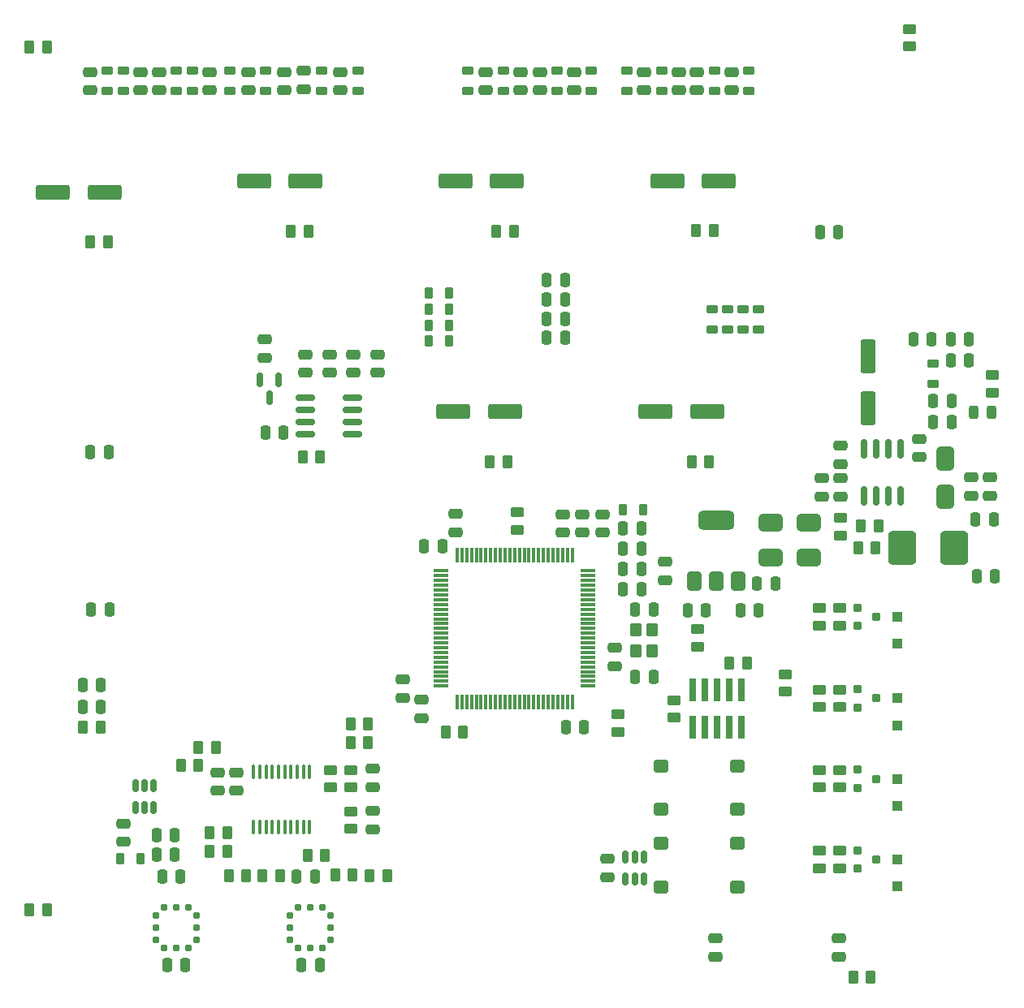
<source format=gbr>
%TF.GenerationSoftware,KiCad,Pcbnew,(6.0.7)*%
%TF.CreationDate,2022-10-06T16:10:22+02:00*%
%TF.ProjectId,mobo,6d6f626f-2e6b-4696-9361-645f70636258,4A*%
%TF.SameCoordinates,Original*%
%TF.FileFunction,Paste,Top*%
%TF.FilePolarity,Positive*%
%FSLAX46Y46*%
G04 Gerber Fmt 4.6, Leading zero omitted, Abs format (unit mm)*
G04 Created by KiCad (PCBNEW (6.0.7)) date 2022-10-06 16:10:22*
%MOMM*%
%LPD*%
G01*
G04 APERTURE LIST*
G04 Aperture macros list*
%AMRoundRect*
0 Rectangle with rounded corners*
0 $1 Rounding radius*
0 $2 $3 $4 $5 $6 $7 $8 $9 X,Y pos of 4 corners*
0 Add a 4 corners polygon primitive as box body*
4,1,4,$2,$3,$4,$5,$6,$7,$8,$9,$2,$3,0*
0 Add four circle primitives for the rounded corners*
1,1,$1+$1,$2,$3*
1,1,$1+$1,$4,$5*
1,1,$1+$1,$6,$7*
1,1,$1+$1,$8,$9*
0 Add four rect primitives between the rounded corners*
20,1,$1+$1,$2,$3,$4,$5,0*
20,1,$1+$1,$4,$5,$6,$7,0*
20,1,$1+$1,$6,$7,$8,$9,0*
20,1,$1+$1,$8,$9,$2,$3,0*%
G04 Aperture macros list end*
%ADD10RoundRect,0.220000X0.330000X-0.330000X0.330000X0.330000X-0.330000X0.330000X-0.330000X-0.330000X0*%
%ADD11RoundRect,0.160000X-0.290000X-0.240000X0.290000X-0.240000X0.290000X0.240000X-0.290000X0.240000X0*%
%ADD12RoundRect,0.249999X0.450001X-0.262501X0.450001X0.262501X-0.450001X0.262501X-0.450001X-0.262501X0*%
%ADD13RoundRect,0.250000X-1.500000X-0.550000X1.500000X-0.550000X1.500000X0.550000X-1.500000X0.550000X0*%
%ADD14RoundRect,0.249999X-0.262501X-0.450001X0.262501X-0.450001X0.262501X0.450001X-0.262501X0.450001X0*%
%ADD15RoundRect,0.243750X0.243750X0.456250X-0.243750X0.456250X-0.243750X-0.456250X0.243750X-0.456250X0*%
%ADD16RoundRect,0.250000X0.550000X-1.500000X0.550000X1.500000X-0.550000X1.500000X-0.550000X-1.500000X0*%
%ADD17RoundRect,0.442500X-1.032500X-1.307500X1.032500X-1.307500X1.032500X1.307500X-1.032500X1.307500X0*%
%ADD18RoundRect,0.150000X0.825000X0.150000X-0.825000X0.150000X-0.825000X-0.150000X0.825000X-0.150000X0*%
%ADD19RoundRect,0.360000X0.540000X-0.890000X0.540000X0.890000X-0.540000X0.890000X-0.540000X-0.890000X0*%
%ADD20RoundRect,0.250000X0.250000X0.475000X-0.250000X0.475000X-0.250000X-0.475000X0.250000X-0.475000X0*%
%ADD21RoundRect,0.250000X-0.475000X0.250000X-0.475000X-0.250000X0.475000X-0.250000X0.475000X0.250000X0*%
%ADD22RoundRect,0.249999X-0.450001X0.262501X-0.450001X-0.262501X0.450001X-0.262501X0.450001X0.262501X0*%
%ADD23RoundRect,0.250000X0.475000X-0.250000X0.475000X0.250000X-0.475000X0.250000X-0.475000X-0.250000X0*%
%ADD24RoundRect,0.250000X-0.250000X-0.475000X0.250000X-0.475000X0.250000X0.475000X-0.250000X0.475000X0*%
%ADD25RoundRect,0.240000X0.360000X-0.460000X0.360000X0.460000X-0.360000X0.460000X-0.360000X-0.460000X0*%
%ADD26RoundRect,0.075000X0.725000X0.075000X-0.725000X0.075000X-0.725000X-0.075000X0.725000X-0.075000X0*%
%ADD27RoundRect,0.075000X0.075000X0.725000X-0.075000X0.725000X-0.075000X-0.725000X0.075000X-0.725000X0*%
%ADD28RoundRect,0.249999X0.262501X0.450001X-0.262501X0.450001X-0.262501X-0.450001X0.262501X-0.450001X0*%
%ADD29RoundRect,0.300000X0.450000X-0.700000X0.450000X0.700000X-0.450000X0.700000X-0.450000X-0.700000X0*%
%ADD30RoundRect,0.500000X1.400000X-0.500000X1.400000X0.500000X-1.400000X0.500000X-1.400000X-0.500000X0*%
%ADD31RoundRect,0.260000X0.515000X0.390000X-0.515000X0.390000X-0.515000X-0.390000X0.515000X-0.390000X0*%
%ADD32RoundRect,0.185000X0.185000X-1.015000X0.185000X1.015000X-0.185000X1.015000X-0.185000X-1.015000X0*%
%ADD33RoundRect,0.260000X-0.515000X-0.390000X0.515000X-0.390000X0.515000X0.390000X-0.515000X0.390000X0*%
%ADD34RoundRect,0.150000X-0.150000X0.825000X-0.150000X-0.825000X0.150000X-0.825000X0.150000X0.825000X0*%
%ADD35RoundRect,0.250000X-0.450000X0.262500X-0.450000X-0.262500X0.450000X-0.262500X0.450000X0.262500X0*%
%ADD36RoundRect,0.218750X0.381250X-0.218750X0.381250X0.218750X-0.381250X0.218750X-0.381250X-0.218750X0*%
%ADD37RoundRect,0.218750X0.218750X0.381250X-0.218750X0.381250X-0.218750X-0.381250X0.218750X-0.381250X0*%
%ADD38RoundRect,0.250000X0.262500X0.450000X-0.262500X0.450000X-0.262500X-0.450000X0.262500X-0.450000X0*%
%ADD39RoundRect,0.360000X-0.890000X-0.540000X0.890000X-0.540000X0.890000X0.540000X-0.890000X0.540000X0*%
%ADD40RoundRect,0.100000X0.100000X-0.637500X0.100000X0.637500X-0.100000X0.637500X-0.100000X-0.637500X0*%
%ADD41RoundRect,0.250000X0.450000X-0.262500X0.450000X0.262500X-0.450000X0.262500X-0.450000X-0.262500X0*%
%ADD42RoundRect,0.218750X-0.381250X0.218750X-0.381250X-0.218750X0.381250X-0.218750X0.381250X0.218750X0*%
%ADD43RoundRect,0.250000X-0.262500X-0.450000X0.262500X-0.450000X0.262500X0.450000X-0.262500X0.450000X0*%
%ADD44RoundRect,0.218750X-0.218750X-0.381250X0.218750X-0.381250X0.218750X0.381250X-0.218750X0.381250X0*%
%ADD45RoundRect,0.150000X-0.150000X0.512500X-0.150000X-0.512500X0.150000X-0.512500X0.150000X0.512500X0*%
%ADD46RoundRect,0.130000X0.195000X-0.220000X0.195000X0.220000X-0.195000X0.220000X-0.195000X-0.220000X0*%
%ADD47RoundRect,0.130000X0.220000X-0.195000X0.220000X0.195000X-0.220000X0.195000X-0.220000X-0.195000X0*%
%ADD48RoundRect,0.150000X-0.150000X0.587500X-0.150000X-0.587500X0.150000X-0.587500X0.150000X0.587500X0*%
G04 APERTURE END LIST*
D10*
X152700000Y-133800000D03*
X152700000Y-131000000D03*
D11*
X148500000Y-130050000D03*
X148500000Y-131950000D03*
X150500000Y-131000000D03*
X148500000Y-121650000D03*
X148500000Y-123550000D03*
X150500000Y-122600000D03*
D12*
X146700000Y-131912500D03*
X146700000Y-130087500D03*
D10*
X152700000Y-117000000D03*
X152700000Y-114200000D03*
D11*
X148500000Y-113250000D03*
X148500000Y-115150000D03*
X150500000Y-114200000D03*
X148500000Y-104750000D03*
X148500000Y-106650000D03*
X150500000Y-105700000D03*
D12*
X146700000Y-106612500D03*
X146700000Y-104787500D03*
D13*
X85600000Y-60200000D03*
X91000000Y-60200000D03*
D14*
X89477500Y-65440000D03*
X91302500Y-65440000D03*
X68527500Y-66620000D03*
X70352500Y-66620000D03*
D13*
X106600000Y-60200000D03*
X112000000Y-60200000D03*
D14*
X110887500Y-65440000D03*
X112712500Y-65440000D03*
D13*
X127500000Y-84300000D03*
X132900000Y-84300000D03*
D14*
X131237500Y-89540000D03*
X133062500Y-89540000D03*
D15*
X162537500Y-84400000D03*
X160662500Y-84400000D03*
D12*
X162600000Y-82312500D03*
X162600000Y-80487500D03*
D16*
X149600000Y-83900000D03*
X149600000Y-78500000D03*
D14*
X131687500Y-65400000D03*
X133512500Y-65400000D03*
X110227500Y-89520000D03*
X112052500Y-89520000D03*
D17*
X153175000Y-98500000D03*
X158625000Y-98500000D03*
D18*
X95875000Y-86605000D03*
X95875000Y-85335000D03*
X95875000Y-84065000D03*
X95875000Y-82795000D03*
X90925000Y-82795000D03*
X90925000Y-84065000D03*
X90925000Y-85335000D03*
X90925000Y-86605000D03*
D12*
X146700000Y-115112500D03*
X146700000Y-113287500D03*
D19*
X157700000Y-93200000D03*
X157700000Y-89200000D03*
D20*
X120050000Y-117200000D03*
X118150000Y-117200000D03*
D21*
X101100000Y-112250000D03*
X101100000Y-114150000D03*
D22*
X95700000Y-121687500D03*
X95700000Y-123512500D03*
D23*
X121980000Y-96900000D03*
X121980000Y-95000000D03*
D20*
X127250000Y-112000000D03*
X125350000Y-112000000D03*
D24*
X125350000Y-104925000D03*
X127250000Y-104925000D03*
D12*
X95700000Y-127812500D03*
X95700000Y-125987500D03*
D25*
X127150000Y-109270000D03*
X127150000Y-107070000D03*
X125450000Y-107070000D03*
X125450000Y-109270000D03*
D12*
X113100000Y-96612500D03*
X113100000Y-94787500D03*
X146700000Y-123512500D03*
X146700000Y-121687500D03*
D10*
X152700000Y-125400000D03*
X152700000Y-122600000D03*
D20*
X88711200Y-86478000D03*
X86811200Y-86478000D03*
D26*
X120465000Y-112910000D03*
X120465000Y-112410000D03*
X120465000Y-111910000D03*
X120465000Y-111410000D03*
X120465000Y-110910000D03*
X120465000Y-110410000D03*
X120465000Y-109910000D03*
X120465000Y-109410000D03*
X120465000Y-108910000D03*
X120465000Y-108410000D03*
X120465000Y-107910000D03*
X120465000Y-107410000D03*
X120465000Y-106910000D03*
X120465000Y-106410000D03*
X120465000Y-105910000D03*
X120465000Y-105410000D03*
X120465000Y-104910000D03*
X120465000Y-104410000D03*
X120465000Y-103910000D03*
X120465000Y-103410000D03*
X120465000Y-102910000D03*
X120465000Y-102410000D03*
X120465000Y-101910000D03*
X120465000Y-101410000D03*
X120465000Y-100910000D03*
D27*
X118790000Y-99235000D03*
X118290000Y-99235000D03*
X117790000Y-99235000D03*
X117290000Y-99235000D03*
X116790000Y-99235000D03*
X116290000Y-99235000D03*
X115790000Y-99235000D03*
X115290000Y-99235000D03*
X114790000Y-99235000D03*
X114290000Y-99235000D03*
X113790000Y-99235000D03*
X113290000Y-99235000D03*
X112790000Y-99235000D03*
X112290000Y-99235000D03*
X111790000Y-99235000D03*
X111290000Y-99235000D03*
X110790000Y-99235000D03*
X110290000Y-99235000D03*
X109790000Y-99235000D03*
X109290000Y-99235000D03*
X108790000Y-99235000D03*
X108290000Y-99235000D03*
X107790000Y-99235000D03*
X107290000Y-99235000D03*
X106790000Y-99235000D03*
D26*
X105115000Y-100910000D03*
X105115000Y-101410000D03*
X105115000Y-101910000D03*
X105115000Y-102410000D03*
X105115000Y-102910000D03*
X105115000Y-103410000D03*
X105115000Y-103910000D03*
X105115000Y-104410000D03*
X105115000Y-104910000D03*
X105115000Y-105410000D03*
X105115000Y-105910000D03*
X105115000Y-106410000D03*
X105115000Y-106910000D03*
X105115000Y-107410000D03*
X105115000Y-107910000D03*
X105115000Y-108410000D03*
X105115000Y-108910000D03*
X105115000Y-109410000D03*
X105115000Y-109910000D03*
X105115000Y-110410000D03*
X105115000Y-110910000D03*
X105115000Y-111410000D03*
X105115000Y-111910000D03*
X105115000Y-112410000D03*
X105115000Y-112910000D03*
D27*
X106790000Y-114585000D03*
X107290000Y-114585000D03*
X107790000Y-114585000D03*
X108290000Y-114585000D03*
X108790000Y-114585000D03*
X109290000Y-114585000D03*
X109790000Y-114585000D03*
X110290000Y-114585000D03*
X110790000Y-114585000D03*
X111290000Y-114585000D03*
X111790000Y-114585000D03*
X112290000Y-114585000D03*
X112790000Y-114585000D03*
X113290000Y-114585000D03*
X113790000Y-114585000D03*
X114290000Y-114585000D03*
X114790000Y-114585000D03*
X115290000Y-114585000D03*
X115790000Y-114585000D03*
X116290000Y-114585000D03*
X116790000Y-114585000D03*
X117290000Y-114585000D03*
X117790000Y-114585000D03*
X118290000Y-114585000D03*
X118790000Y-114585000D03*
D28*
X92512500Y-89000000D03*
X90687500Y-89000000D03*
D29*
X131500000Y-101950000D03*
D30*
X133800000Y-95650000D03*
D29*
X133800000Y-101950000D03*
X136100000Y-101950000D03*
D23*
X119880000Y-96900000D03*
X119880000Y-95000000D03*
X106600000Y-96850000D03*
X106600000Y-94950000D03*
X117800000Y-96900000D03*
X117800000Y-95000000D03*
D21*
X123200000Y-108950000D03*
X123200000Y-110850000D03*
D24*
X124110000Y-98611666D03*
X126010000Y-98611666D03*
D20*
X105240000Y-98370000D03*
X103340000Y-98370000D03*
D24*
X124110000Y-96500000D03*
X126010000Y-96500000D03*
D23*
X103100000Y-116250000D03*
X103100000Y-114350000D03*
X146800000Y-89750000D03*
X146800000Y-87850000D03*
D22*
X123600000Y-115887500D03*
X123600000Y-117712500D03*
D31*
X128025000Y-125750000D03*
X135975000Y-125750000D03*
X135975000Y-121250000D03*
X128025000Y-121250000D03*
D20*
X158350000Y-85400000D03*
X156450000Y-85400000D03*
D23*
X155000000Y-89050000D03*
X155000000Y-87150000D03*
D32*
X131360000Y-117250000D03*
X131360000Y-113350000D03*
X132630000Y-117250000D03*
X132630000Y-113350000D03*
X133900000Y-117250000D03*
X133900000Y-113350000D03*
X135170000Y-117250000D03*
X135170000Y-113350000D03*
X136440000Y-117250000D03*
X136440000Y-113350000D03*
D24*
X124100000Y-102850000D03*
X126000000Y-102850000D03*
D33*
X128025000Y-129350000D03*
X135975000Y-129350000D03*
X135975000Y-133850000D03*
X128025000Y-133850000D03*
D34*
X153017000Y-88137000D03*
X151747000Y-88137000D03*
X150477000Y-88137000D03*
X149207000Y-88137000D03*
X149207000Y-93087000D03*
X150477000Y-93087000D03*
X151747000Y-93087000D03*
X153017000Y-93087000D03*
D23*
X144800000Y-93150000D03*
X144800000Y-91250000D03*
D20*
X132750000Y-105000000D03*
X130850000Y-105000000D03*
D10*
X152700000Y-108500000D03*
X152700000Y-105700000D03*
D24*
X124110000Y-100720000D03*
X126010000Y-100720000D03*
D12*
X131900000Y-108812500D03*
X131900000Y-106987500D03*
D28*
X150412500Y-98500000D03*
X148587500Y-98500000D03*
D23*
X146800000Y-93150000D03*
X146800000Y-91250000D03*
D35*
X146800000Y-95387500D03*
X146800000Y-97212500D03*
D14*
X148887500Y-96200000D03*
X150712500Y-96200000D03*
D20*
X162850000Y-101500000D03*
X160950000Y-101500000D03*
D21*
X162300000Y-91150000D03*
X162300000Y-93050000D03*
D20*
X162750000Y-95500000D03*
X160850000Y-95500000D03*
D13*
X64660000Y-61400000D03*
X70060000Y-61400000D03*
X106400000Y-84300000D03*
X111800000Y-84300000D03*
X128700000Y-60200000D03*
X134100000Y-60200000D03*
D36*
X83060000Y-50856500D03*
X83060000Y-48731500D03*
D37*
X105962500Y-73600000D03*
X103837500Y-73600000D03*
D36*
X77500000Y-50862500D03*
X77500000Y-48737500D03*
D20*
X118050000Y-70600000D03*
X116150000Y-70600000D03*
D24*
X138050000Y-102200000D03*
X139950000Y-102200000D03*
X75450000Y-128500000D03*
X77350000Y-128500000D03*
D21*
X98500000Y-78350000D03*
X98500000Y-80250000D03*
D37*
X105962500Y-76900000D03*
X103837500Y-76900000D03*
D38*
X88312500Y-132700000D03*
X86487500Y-132700000D03*
D36*
X111600000Y-50862500D03*
X111600000Y-48737500D03*
X120800000Y-50862500D03*
X120800000Y-48737500D03*
D21*
X93500000Y-78350000D03*
X93500000Y-80250000D03*
D39*
X139500000Y-95900000D03*
X143500000Y-95900000D03*
D24*
X76050000Y-132800000D03*
X77950000Y-132800000D03*
D35*
X144600000Y-121687500D03*
X144600000Y-123512500D03*
D21*
X83800000Y-121950000D03*
X83800000Y-123850000D03*
D40*
X85575000Y-127612500D03*
X86225000Y-127612500D03*
X86875000Y-127612500D03*
X87525000Y-127612500D03*
X88175000Y-127612500D03*
X88825000Y-127612500D03*
X89475000Y-127612500D03*
X90125000Y-127612500D03*
X90775000Y-127612500D03*
X91425000Y-127612500D03*
X91425000Y-121887500D03*
X90775000Y-121887500D03*
X90125000Y-121887500D03*
X89475000Y-121887500D03*
X88825000Y-121887500D03*
X88175000Y-121887500D03*
X87525000Y-121887500D03*
X86875000Y-121887500D03*
X86225000Y-121887500D03*
X85575000Y-121887500D03*
D23*
X122500000Y-132850000D03*
X122500000Y-130950000D03*
X133700000Y-141150000D03*
X133700000Y-139250000D03*
D24*
X156450000Y-83200000D03*
X158350000Y-83200000D03*
D21*
X115400000Y-48850000D03*
X115400000Y-50750000D03*
D24*
X158250000Y-78900000D03*
X160150000Y-78900000D03*
D36*
X117200000Y-50862500D03*
X117200000Y-48737500D03*
D41*
X129400000Y-116212500D03*
X129400000Y-114387500D03*
D35*
X154000000Y-44387500D03*
X154000000Y-46212500D03*
D38*
X93012500Y-130600000D03*
X91187500Y-130600000D03*
D42*
X156400000Y-79237500D03*
X156400000Y-81362500D03*
D21*
X113400000Y-48850000D03*
X113400000Y-50750000D03*
D20*
X160150000Y-76700000D03*
X158250000Y-76700000D03*
D21*
X126300000Y-48850000D03*
X126300000Y-50750000D03*
D43*
X80987500Y-130200000D03*
X82812500Y-130200000D03*
D23*
X81800000Y-123850000D03*
X81800000Y-121950000D03*
D38*
X99512500Y-132700000D03*
X97687500Y-132700000D03*
X97512500Y-118800000D03*
X95687500Y-118800000D03*
D44*
X71637500Y-130900000D03*
X73762500Y-130900000D03*
D37*
X126162500Y-94500000D03*
X124037500Y-94500000D03*
D21*
X129900000Y-48850000D03*
X129900000Y-50750000D03*
D43*
X80987500Y-128250000D03*
X82812500Y-128250000D03*
D21*
X94600000Y-48844000D03*
X94600000Y-50744000D03*
D43*
X62187500Y-136300000D03*
X64012500Y-136300000D03*
D24*
X75450000Y-130500000D03*
X77350000Y-130500000D03*
D35*
X144600000Y-130087500D03*
X144600000Y-131912500D03*
D24*
X90550000Y-142000000D03*
X92450000Y-142000000D03*
D45*
X126250000Y-130762500D03*
X125300000Y-130762500D03*
X124350000Y-130762500D03*
X124350000Y-133037500D03*
X125300000Y-133037500D03*
X126250000Y-133037500D03*
D21*
X98000000Y-125950000D03*
X98000000Y-127850000D03*
D43*
X79787500Y-119300000D03*
X81612500Y-119300000D03*
D21*
X85000000Y-48850000D03*
X85000000Y-50750000D03*
D36*
X107920000Y-50862500D03*
X107920000Y-48737500D03*
X92660000Y-50856500D03*
X92660000Y-48731500D03*
D38*
X107412500Y-117700000D03*
X105587500Y-117700000D03*
D21*
X109800000Y-48850000D03*
X109800000Y-50750000D03*
D41*
X141000000Y-113512500D03*
X141000000Y-111687500D03*
D36*
X136600000Y-75762500D03*
X136600000Y-73637500D03*
D21*
X73800000Y-48850000D03*
X73800000Y-50750000D03*
X72000000Y-127250000D03*
X72000000Y-129150000D03*
D36*
X124500000Y-50862500D03*
X124500000Y-48737500D03*
D38*
X84812500Y-132700000D03*
X82987500Y-132700000D03*
D21*
X75700000Y-48850000D03*
X75700000Y-50750000D03*
D24*
X67750000Y-115100000D03*
X69650000Y-115100000D03*
D21*
X90800000Y-48750000D03*
X90800000Y-50650000D03*
D46*
X93600000Y-136830000D03*
X93600000Y-138100000D03*
X93600000Y-139370000D03*
D47*
X92770000Y-140200000D03*
X91500000Y-140200000D03*
X90230000Y-140200000D03*
D46*
X89400000Y-139370000D03*
X89400000Y-138100000D03*
X89400000Y-136830000D03*
D47*
X90230000Y-136000000D03*
X91500000Y-136000000D03*
X92770000Y-136000000D03*
D48*
X88150000Y-80962500D03*
X86250000Y-80962500D03*
X87200000Y-82837500D03*
D24*
X144650000Y-65600000D03*
X146550000Y-65600000D03*
D43*
X77987500Y-121200000D03*
X79812500Y-121200000D03*
D36*
X133600000Y-50862500D03*
X133600000Y-48737500D03*
D20*
X118050000Y-76600000D03*
X116150000Y-76600000D03*
D21*
X91000000Y-78350000D03*
X91000000Y-80250000D03*
D45*
X75150000Y-123312500D03*
X74200000Y-123312500D03*
X73250000Y-123312500D03*
X73250000Y-125587500D03*
X74200000Y-125587500D03*
X75150000Y-125587500D03*
D21*
X81000000Y-48850000D03*
X81000000Y-50750000D03*
D36*
X135000000Y-75762500D03*
X135000000Y-73637500D03*
D24*
X67750000Y-112800000D03*
X69650000Y-112800000D03*
D21*
X119000000Y-48850000D03*
X119000000Y-50750000D03*
X135400000Y-48850000D03*
X135400000Y-50750000D03*
D36*
X128100000Y-50862500D03*
X128100000Y-48737500D03*
D43*
X62187500Y-46300000D03*
X64012500Y-46300000D03*
D21*
X68500000Y-48850000D03*
X68500000Y-50750000D03*
D37*
X105962500Y-75300000D03*
X103837500Y-75300000D03*
D24*
X68650000Y-104900000D03*
X70550000Y-104900000D03*
D35*
X144600000Y-104787500D03*
X144600000Y-106612500D03*
D36*
X79200000Y-50862500D03*
X79200000Y-48737500D03*
D24*
X90050000Y-132800000D03*
X91950000Y-132800000D03*
D20*
X118025000Y-72600000D03*
X116125000Y-72600000D03*
D36*
X137200000Y-50862500D03*
X137200000Y-48737500D03*
D21*
X88800000Y-48850000D03*
X88800000Y-50750000D03*
X160400000Y-91150000D03*
X160400000Y-93050000D03*
D36*
X86860000Y-50856500D03*
X86860000Y-48731500D03*
X96460000Y-50856500D03*
X96460000Y-48731500D03*
D24*
X68550000Y-88500000D03*
X70450000Y-88500000D03*
D21*
X131800000Y-48850000D03*
X131800000Y-50750000D03*
X96000000Y-78350000D03*
X96000000Y-80250000D03*
D41*
X93607000Y-123511000D03*
X93607000Y-121686000D03*
D36*
X138200000Y-75762500D03*
X138200000Y-73637500D03*
D23*
X98000000Y-123450000D03*
X98000000Y-121550000D03*
D36*
X72000000Y-50862500D03*
X72000000Y-48737500D03*
D46*
X79600000Y-136830000D03*
X79600000Y-138100000D03*
X79600000Y-139370000D03*
D47*
X78770000Y-140200000D03*
X77500000Y-140200000D03*
X76230000Y-140200000D03*
D46*
X75400000Y-139370000D03*
X75400000Y-138100000D03*
X75400000Y-136830000D03*
D47*
X76230000Y-136000000D03*
X77500000Y-136000000D03*
X78770000Y-136000000D03*
D43*
X67787500Y-117200000D03*
X69612500Y-117200000D03*
D24*
X76550000Y-142000000D03*
X78450000Y-142000000D03*
D39*
X139500000Y-99500000D03*
X143500000Y-99500000D03*
D24*
X154350000Y-76700000D03*
X156250000Y-76700000D03*
D21*
X86700000Y-76750000D03*
X86700000Y-78650000D03*
D35*
X144600000Y-113287500D03*
X144600000Y-115112500D03*
D23*
X146600000Y-141150000D03*
X146600000Y-139250000D03*
D36*
X70300000Y-50862500D03*
X70300000Y-48737500D03*
D21*
X128500000Y-99950000D03*
X128500000Y-101850000D03*
D20*
X118050000Y-74600000D03*
X116150000Y-74600000D03*
D37*
X105962500Y-71900000D03*
X103837500Y-71900000D03*
D43*
X148087500Y-143300000D03*
X149912500Y-143300000D03*
D36*
X133400000Y-75762500D03*
X133400000Y-73637500D03*
D38*
X137012500Y-110500000D03*
X135187500Y-110500000D03*
X97512500Y-116900000D03*
X95687500Y-116900000D03*
X95912500Y-132654000D03*
X94087500Y-132654000D03*
D24*
X136350000Y-105000000D03*
X138250000Y-105000000D03*
M02*

</source>
